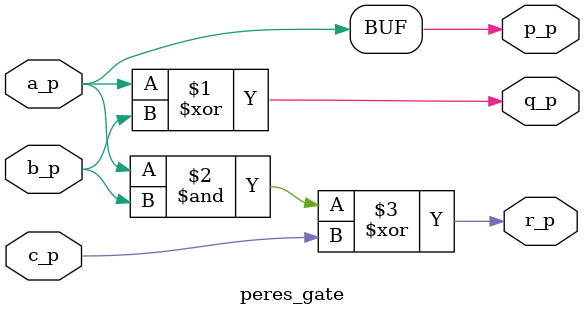
<source format=v>
module peres_gate(a_p, b_p, c_p, p_p, q_p, r_p);
input a_p, b_p, c_p;
output p_p, q_p, r_p;

assign p_p = a_p;
assign q_p = a_p ^ b_p; // can work as sum for half adder
assign r_p = (a_p & b_p) ^ c_p; // can work as carry for half adder if c=0
endmodule
</source>
